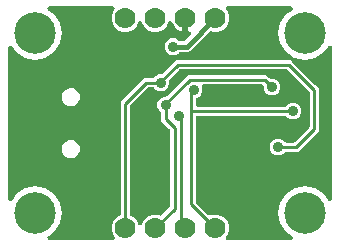
<source format=gbr>
G04 EAGLE Gerber RS-274X export*
G75*
%MOMM*%
%FSLAX34Y34*%
%LPD*%
%INBottom Copper*%
%IPPOS*%
%AMOC8*
5,1,8,0,0,1.08239X$1,22.5*%
G01*
%ADD10C,3.516000*%
%ADD11C,1.778000*%
%ADD12C,0.906400*%
%ADD13C,0.254000*%
%ADD14C,0.800100*%
%ADD15C,0.406400*%

G36*
X33549Y-11428D02*
X33549Y-11428D01*
X33558Y-11429D01*
X33748Y-11409D01*
X33941Y-11389D01*
X33949Y-11387D01*
X33958Y-11386D01*
X34141Y-11328D01*
X34325Y-11271D01*
X34333Y-11267D01*
X34342Y-11264D01*
X34510Y-11171D01*
X34679Y-11079D01*
X34686Y-11074D01*
X34694Y-11069D01*
X34842Y-10944D01*
X34989Y-10822D01*
X34994Y-10815D01*
X35001Y-10809D01*
X35121Y-10658D01*
X35241Y-10508D01*
X35245Y-10500D01*
X35251Y-10493D01*
X35338Y-10320D01*
X35427Y-10151D01*
X35429Y-10142D01*
X35433Y-10134D01*
X35485Y-9948D01*
X35538Y-9764D01*
X35539Y-9755D01*
X35541Y-9746D01*
X35555Y-9554D01*
X35571Y-9362D01*
X35570Y-9354D01*
X35570Y-9345D01*
X35546Y-9153D01*
X35524Y-8963D01*
X35521Y-8954D01*
X35520Y-8945D01*
X35459Y-8763D01*
X35399Y-8580D01*
X35395Y-8572D01*
X35392Y-8564D01*
X35296Y-8396D01*
X35201Y-8229D01*
X35195Y-8222D01*
X35191Y-8215D01*
X34976Y-7962D01*
X34759Y-7745D01*
X33019Y-3544D01*
X33019Y1004D01*
X34759Y5205D01*
X37975Y8421D01*
X39385Y9005D01*
X39405Y9015D01*
X39426Y9022D01*
X39582Y9110D01*
X39740Y9195D01*
X39757Y9209D01*
X39777Y9220D01*
X39912Y9337D01*
X40051Y9451D01*
X40065Y9469D01*
X40082Y9483D01*
X40191Y9625D01*
X40304Y9764D01*
X40315Y9784D01*
X40328Y9801D01*
X40408Y9962D01*
X40491Y10120D01*
X40498Y10142D01*
X40508Y10162D01*
X40554Y10335D01*
X40604Y10507D01*
X40606Y10529D01*
X40612Y10551D01*
X40639Y10881D01*
X40639Y105718D01*
X60652Y125731D01*
X67897Y125731D01*
X67924Y125733D01*
X67950Y125731D01*
X68124Y125753D01*
X68298Y125771D01*
X68323Y125778D01*
X68350Y125782D01*
X68515Y125837D01*
X68683Y125889D01*
X68706Y125902D01*
X68731Y125910D01*
X68883Y125997D01*
X69037Y126081D01*
X69057Y126098D01*
X69080Y126111D01*
X69333Y126326D01*
X70924Y127916D01*
X73523Y128993D01*
X74502Y128993D01*
X74529Y128995D01*
X74555Y128993D01*
X74729Y129015D01*
X74903Y129033D01*
X74928Y129040D01*
X74955Y129044D01*
X75121Y129099D01*
X75288Y129151D01*
X75311Y129164D01*
X75337Y129172D01*
X75488Y129259D01*
X75642Y129343D01*
X75662Y129360D01*
X75685Y129373D01*
X75938Y129588D01*
X87322Y140971D01*
X184360Y140971D01*
X184367Y140971D01*
X184374Y140971D01*
X184570Y140992D01*
X184761Y141011D01*
X184767Y141013D01*
X184774Y141013D01*
X184960Y141072D01*
X185146Y141129D01*
X185152Y141132D01*
X185158Y141134D01*
X185167Y141139D01*
X185161Y141061D01*
X185161Y141059D01*
X185161Y141057D01*
X185187Y140850D01*
X185210Y140662D01*
X185211Y140660D01*
X185211Y140657D01*
X185277Y140462D01*
X185338Y140280D01*
X185339Y140278D01*
X185340Y140276D01*
X185442Y140098D01*
X185538Y139931D01*
X185539Y139929D01*
X185541Y139927D01*
X185755Y139674D01*
X205454Y119976D01*
X208281Y117148D01*
X208281Y80972D01*
X190808Y63499D01*
X181023Y63499D01*
X180996Y63497D01*
X180970Y63499D01*
X180796Y63477D01*
X180622Y63459D01*
X180597Y63452D01*
X180570Y63448D01*
X180405Y63393D01*
X180237Y63341D01*
X180214Y63328D01*
X180189Y63320D01*
X180037Y63233D01*
X179883Y63149D01*
X179863Y63132D01*
X179840Y63119D01*
X179587Y62904D01*
X177996Y61314D01*
X175397Y60237D01*
X172583Y60237D01*
X169984Y61314D01*
X167994Y63304D01*
X166917Y65903D01*
X166917Y68717D01*
X167994Y71316D01*
X169984Y73306D01*
X172583Y74383D01*
X175397Y74383D01*
X177996Y73306D01*
X179587Y71716D01*
X179607Y71699D01*
X179625Y71678D01*
X179763Y71571D01*
X179898Y71461D01*
X179922Y71448D01*
X179943Y71432D01*
X180100Y71354D01*
X180254Y71272D01*
X180279Y71264D01*
X180303Y71252D01*
X180473Y71207D01*
X180640Y71157D01*
X180666Y71155D01*
X180692Y71148D01*
X181023Y71121D01*
X186810Y71121D01*
X186837Y71123D01*
X186863Y71121D01*
X187037Y71143D01*
X187211Y71161D01*
X187236Y71168D01*
X187263Y71172D01*
X187429Y71227D01*
X187596Y71279D01*
X187619Y71292D01*
X187645Y71300D01*
X187796Y71387D01*
X187950Y71471D01*
X187970Y71488D01*
X187993Y71501D01*
X188246Y71716D01*
X200064Y83534D01*
X200081Y83554D01*
X200102Y83572D01*
X200209Y83710D01*
X200319Y83845D01*
X200332Y83869D01*
X200348Y83890D01*
X200426Y84047D01*
X200508Y84201D01*
X200516Y84226D01*
X200528Y84250D01*
X200573Y84420D01*
X200623Y84587D01*
X200625Y84613D01*
X200632Y84639D01*
X200659Y84970D01*
X200659Y113150D01*
X200657Y113177D01*
X200659Y113203D01*
X200637Y113377D01*
X200619Y113551D01*
X200612Y113576D01*
X200608Y113603D01*
X200553Y113769D01*
X200501Y113936D01*
X200488Y113959D01*
X200480Y113985D01*
X200393Y114136D01*
X200309Y114290D01*
X200292Y114310D01*
X200279Y114333D01*
X200064Y114586D01*
X181896Y132754D01*
X181876Y132771D01*
X181858Y132792D01*
X181720Y132899D01*
X181585Y133009D01*
X181561Y133022D01*
X181540Y133038D01*
X181383Y133116D01*
X181229Y133198D01*
X181204Y133206D01*
X181180Y133218D01*
X181010Y133263D01*
X180843Y133313D01*
X180817Y133315D01*
X180791Y133322D01*
X180460Y133349D01*
X91320Y133349D01*
X91293Y133347D01*
X91267Y133349D01*
X91093Y133327D01*
X90919Y133309D01*
X90894Y133302D01*
X90867Y133298D01*
X90702Y133243D01*
X90534Y133191D01*
X90511Y133178D01*
X90485Y133170D01*
X90334Y133083D01*
X90180Y132999D01*
X90160Y132982D01*
X90137Y132969D01*
X89884Y132754D01*
X82509Y125380D01*
X82495Y125363D01*
X82478Y125348D01*
X82368Y125207D01*
X82254Y125069D01*
X82244Y125049D01*
X82230Y125031D01*
X82150Y124871D01*
X82066Y124713D01*
X82059Y124692D01*
X82049Y124672D01*
X82002Y124499D01*
X81951Y124327D01*
X81949Y124305D01*
X81943Y124283D01*
X81931Y124105D01*
X81915Y123926D01*
X81917Y123904D01*
X81915Y123882D01*
X81939Y123705D01*
X81958Y123526D01*
X81965Y123505D01*
X81968Y123482D01*
X82003Y123373D01*
X82003Y120513D01*
X80926Y117914D01*
X78936Y115924D01*
X76337Y114847D01*
X73523Y114847D01*
X70924Y115924D01*
X69333Y117514D01*
X69313Y117531D01*
X69295Y117552D01*
X69157Y117659D01*
X69022Y117769D01*
X68998Y117782D01*
X68977Y117798D01*
X68820Y117876D01*
X68666Y117958D01*
X68641Y117966D01*
X68617Y117978D01*
X68447Y118023D01*
X68280Y118073D01*
X68254Y118075D01*
X68228Y118082D01*
X67897Y118109D01*
X64650Y118109D01*
X64623Y118107D01*
X64597Y118109D01*
X64423Y118087D01*
X64249Y118069D01*
X64224Y118062D01*
X64197Y118058D01*
X64031Y118003D01*
X63864Y117951D01*
X63841Y117938D01*
X63815Y117930D01*
X63664Y117843D01*
X63510Y117759D01*
X63490Y117742D01*
X63467Y117729D01*
X63214Y117514D01*
X48856Y103156D01*
X48839Y103136D01*
X48818Y103118D01*
X48711Y102980D01*
X48601Y102845D01*
X48588Y102821D01*
X48572Y102800D01*
X48494Y102643D01*
X48412Y102489D01*
X48404Y102464D01*
X48392Y102440D01*
X48347Y102270D01*
X48297Y102103D01*
X48295Y102077D01*
X48288Y102051D01*
X48261Y101720D01*
X48261Y10881D01*
X48263Y10859D01*
X48261Y10837D01*
X48283Y10659D01*
X48301Y10481D01*
X48307Y10459D01*
X48310Y10437D01*
X48366Y10267D01*
X48419Y10096D01*
X48429Y10076D01*
X48436Y10055D01*
X48525Y9899D01*
X48611Y9742D01*
X48625Y9725D01*
X48636Y9705D01*
X48754Y9570D01*
X48868Y9432D01*
X48886Y9419D01*
X48900Y9402D01*
X49043Y9292D01*
X49182Y9180D01*
X49202Y9170D01*
X49220Y9156D01*
X49515Y9005D01*
X50925Y8421D01*
X54141Y5205D01*
X55273Y2470D01*
X55278Y2462D01*
X55280Y2454D01*
X55374Y2283D01*
X55464Y2115D01*
X55469Y2108D01*
X55474Y2100D01*
X55598Y1952D01*
X55720Y1805D01*
X55727Y1799D01*
X55733Y1792D01*
X55883Y1672D01*
X56033Y1551D01*
X56041Y1547D01*
X56048Y1541D01*
X56220Y1453D01*
X56389Y1364D01*
X56398Y1361D01*
X56406Y1357D01*
X56592Y1305D01*
X56776Y1251D01*
X56785Y1250D01*
X56793Y1248D01*
X56984Y1233D01*
X57177Y1216D01*
X57186Y1217D01*
X57194Y1217D01*
X57386Y1240D01*
X57577Y1261D01*
X57585Y1264D01*
X57594Y1265D01*
X57777Y1326D01*
X57960Y1385D01*
X57968Y1389D01*
X57976Y1392D01*
X58143Y1487D01*
X58312Y1581D01*
X58318Y1587D01*
X58326Y1591D01*
X58471Y1718D01*
X58617Y1843D01*
X58623Y1850D01*
X58630Y1856D01*
X58747Y2009D01*
X58866Y2160D01*
X58870Y2168D01*
X58875Y2175D01*
X59027Y2470D01*
X60159Y5205D01*
X63375Y8421D01*
X67576Y10161D01*
X72124Y10161D01*
X73534Y9577D01*
X73555Y9570D01*
X73575Y9560D01*
X73748Y9512D01*
X73919Y9460D01*
X73942Y9458D01*
X73963Y9452D01*
X74142Y9439D01*
X74320Y9422D01*
X74342Y9424D01*
X74365Y9423D01*
X74543Y9445D01*
X74721Y9464D01*
X74742Y9470D01*
X74764Y9473D01*
X74934Y9530D01*
X75105Y9583D01*
X75125Y9594D01*
X75146Y9601D01*
X75301Y9691D01*
X75458Y9777D01*
X75475Y9791D01*
X75495Y9802D01*
X75748Y10017D01*
X81954Y16224D01*
X81971Y16244D01*
X81992Y16262D01*
X82099Y16400D01*
X82209Y16535D01*
X82222Y16559D01*
X82238Y16580D01*
X82316Y16737D01*
X82398Y16891D01*
X82406Y16916D01*
X82418Y16940D01*
X82463Y17110D01*
X82513Y17277D01*
X82515Y17303D01*
X82522Y17329D01*
X82549Y17660D01*
X82549Y81400D01*
X82547Y81427D01*
X82549Y81453D01*
X82527Y81627D01*
X82509Y81801D01*
X82502Y81826D01*
X82498Y81853D01*
X82443Y82019D01*
X82391Y82186D01*
X82378Y82209D01*
X82370Y82235D01*
X82283Y82386D01*
X82199Y82540D01*
X82182Y82560D01*
X82169Y82583D01*
X81954Y82836D01*
X74929Y89862D01*
X74929Y95837D01*
X74927Y95864D01*
X74929Y95890D01*
X74907Y96064D01*
X74889Y96238D01*
X74882Y96263D01*
X74878Y96290D01*
X74823Y96455D01*
X74771Y96623D01*
X74758Y96646D01*
X74750Y96671D01*
X74663Y96823D01*
X74579Y96977D01*
X74562Y96997D01*
X74549Y97020D01*
X74334Y97273D01*
X72744Y98864D01*
X71667Y101463D01*
X71667Y104277D01*
X72744Y106876D01*
X74734Y108866D01*
X77333Y109943D01*
X78312Y109943D01*
X78339Y109945D01*
X78365Y109943D01*
X78539Y109965D01*
X78713Y109983D01*
X78738Y109990D01*
X78765Y109994D01*
X78931Y110049D01*
X79098Y110101D01*
X79121Y110114D01*
X79147Y110122D01*
X79298Y110209D01*
X79452Y110293D01*
X79472Y110310D01*
X79495Y110323D01*
X79748Y110538D01*
X97482Y128271D01*
X164138Y128271D01*
X166632Y125778D01*
X166652Y125761D01*
X166670Y125740D01*
X166808Y125633D01*
X166943Y125523D01*
X166967Y125510D01*
X166988Y125494D01*
X167145Y125416D01*
X167299Y125334D01*
X167324Y125326D01*
X167348Y125314D01*
X167518Y125269D01*
X167685Y125219D01*
X167711Y125217D01*
X167737Y125210D01*
X168068Y125183D01*
X170317Y125183D01*
X172916Y124106D01*
X174906Y122116D01*
X175983Y119517D01*
X175983Y116703D01*
X174906Y114104D01*
X172916Y112114D01*
X170317Y111037D01*
X167503Y111037D01*
X164904Y112114D01*
X162914Y114104D01*
X161837Y116703D01*
X161837Y118618D01*
X161835Y118636D01*
X161837Y118654D01*
X161816Y118836D01*
X161797Y119019D01*
X161792Y119036D01*
X161790Y119053D01*
X161733Y119228D01*
X161679Y119404D01*
X161671Y119419D01*
X161665Y119436D01*
X161575Y119596D01*
X161487Y119758D01*
X161476Y119771D01*
X161467Y119787D01*
X161347Y119926D01*
X161230Y120067D01*
X161216Y120078D01*
X161204Y120092D01*
X161059Y120204D01*
X160916Y120319D01*
X160900Y120327D01*
X160886Y120338D01*
X160721Y120420D01*
X160559Y120505D01*
X160542Y120510D01*
X160526Y120518D01*
X160347Y120565D01*
X160172Y120616D01*
X160154Y120618D01*
X160137Y120622D01*
X159806Y120649D01*
X111462Y120649D01*
X111448Y120648D01*
X111435Y120649D01*
X111249Y120628D01*
X111061Y120609D01*
X111048Y120605D01*
X111035Y120604D01*
X110857Y120547D01*
X110676Y120491D01*
X110664Y120485D01*
X110651Y120481D01*
X110487Y120389D01*
X110322Y120299D01*
X110312Y120291D01*
X110300Y120284D01*
X110156Y120161D01*
X110013Y120042D01*
X110004Y120031D01*
X109994Y120023D01*
X109878Y119874D01*
X109760Y119728D01*
X109754Y119716D01*
X109746Y119706D01*
X109661Y119536D01*
X109575Y119371D01*
X109571Y119358D01*
X109565Y119346D01*
X109515Y119164D01*
X109463Y118984D01*
X109462Y118970D01*
X109459Y118957D01*
X109446Y118771D01*
X109431Y118582D01*
X109432Y118569D01*
X109431Y118556D01*
X109456Y118369D01*
X109478Y118183D01*
X109482Y118170D01*
X109483Y118157D01*
X109585Y117841D01*
X109943Y116977D01*
X109943Y114163D01*
X108866Y111564D01*
X106876Y109574D01*
X105395Y108960D01*
X105375Y108950D01*
X105354Y108943D01*
X105197Y108855D01*
X105040Y108770D01*
X105023Y108756D01*
X105003Y108745D01*
X104867Y108628D01*
X104729Y108514D01*
X104715Y108496D01*
X104698Y108482D01*
X104589Y108340D01*
X104476Y108201D01*
X104465Y108181D01*
X104452Y108164D01*
X104372Y108003D01*
X104289Y107845D01*
X104282Y107823D01*
X104272Y107803D01*
X104226Y107630D01*
X104176Y107458D01*
X104174Y107436D01*
X104168Y107414D01*
X104141Y107084D01*
X104141Y103632D01*
X104143Y103614D01*
X104141Y103596D01*
X104162Y103414D01*
X104181Y103231D01*
X104186Y103214D01*
X104188Y103197D01*
X104245Y103022D01*
X104299Y102846D01*
X104307Y102831D01*
X104313Y102814D01*
X104403Y102654D01*
X104491Y102492D01*
X104502Y102479D01*
X104511Y102463D01*
X104631Y102324D01*
X104748Y102183D01*
X104762Y102172D01*
X104774Y102158D01*
X104919Y102046D01*
X105062Y101931D01*
X105078Y101923D01*
X105092Y101912D01*
X105257Y101830D01*
X105419Y101745D01*
X105436Y101740D01*
X105452Y101732D01*
X105631Y101685D01*
X105806Y101634D01*
X105824Y101632D01*
X105841Y101628D01*
X106172Y101601D01*
X179657Y101601D01*
X179684Y101603D01*
X179710Y101601D01*
X179884Y101623D01*
X180058Y101641D01*
X180083Y101648D01*
X180110Y101652D01*
X180275Y101707D01*
X180443Y101759D01*
X180466Y101772D01*
X180491Y101780D01*
X180643Y101867D01*
X180797Y101951D01*
X180817Y101968D01*
X180840Y101981D01*
X181093Y102196D01*
X182684Y103786D01*
X185283Y104863D01*
X188097Y104863D01*
X190696Y103786D01*
X192686Y101796D01*
X193763Y99197D01*
X193763Y96383D01*
X192686Y93784D01*
X190696Y91794D01*
X188097Y90717D01*
X185283Y90717D01*
X182684Y91794D01*
X181093Y93384D01*
X181073Y93401D01*
X181055Y93422D01*
X180917Y93529D01*
X180782Y93639D01*
X180758Y93652D01*
X180737Y93668D01*
X180580Y93746D01*
X180426Y93828D01*
X180401Y93836D01*
X180377Y93848D01*
X180207Y93893D01*
X180040Y93943D01*
X180014Y93945D01*
X179988Y93952D01*
X179657Y93979D01*
X106172Y93979D01*
X106154Y93977D01*
X106136Y93979D01*
X105954Y93958D01*
X105771Y93939D01*
X105754Y93934D01*
X105737Y93932D01*
X105562Y93875D01*
X105386Y93821D01*
X105371Y93813D01*
X105354Y93807D01*
X105194Y93717D01*
X105032Y93629D01*
X105019Y93618D01*
X105003Y93609D01*
X104864Y93489D01*
X104723Y93372D01*
X104712Y93358D01*
X104698Y93346D01*
X104586Y93201D01*
X104471Y93058D01*
X104463Y93042D01*
X104452Y93028D01*
X104370Y92863D01*
X104285Y92701D01*
X104280Y92684D01*
X104272Y92668D01*
X104225Y92489D01*
X104174Y92314D01*
X104172Y92296D01*
X104168Y92279D01*
X104141Y91948D01*
X104141Y21470D01*
X104143Y21443D01*
X104141Y21416D01*
X104163Y21243D01*
X104181Y21069D01*
X104188Y21044D01*
X104192Y21017D01*
X104247Y20851D01*
X104299Y20684D01*
X104312Y20661D01*
X104320Y20635D01*
X104407Y20484D01*
X104491Y20330D01*
X104508Y20310D01*
X104521Y20286D01*
X104736Y20033D01*
X114752Y10017D01*
X114770Y10003D01*
X114784Y9986D01*
X114925Y9875D01*
X115064Y9762D01*
X115083Y9751D01*
X115101Y9738D01*
X115261Y9657D01*
X115420Y9573D01*
X115441Y9567D01*
X115461Y9557D01*
X115634Y9509D01*
X115805Y9458D01*
X115828Y9456D01*
X115849Y9450D01*
X116028Y9438D01*
X116206Y9422D01*
X116229Y9424D01*
X116251Y9423D01*
X116429Y9446D01*
X116607Y9465D01*
X116628Y9472D01*
X116650Y9475D01*
X116966Y9577D01*
X118376Y10161D01*
X122924Y10161D01*
X127125Y8421D01*
X130341Y5205D01*
X132081Y1004D01*
X132081Y-3544D01*
X130341Y-7745D01*
X130124Y-7962D01*
X130118Y-7969D01*
X130111Y-7974D01*
X129991Y-8124D01*
X129869Y-8273D01*
X129865Y-8281D01*
X129859Y-8288D01*
X129771Y-8458D01*
X129680Y-8629D01*
X129677Y-8638D01*
X129673Y-8645D01*
X129621Y-8829D01*
X129565Y-9015D01*
X129564Y-9024D01*
X129562Y-9032D01*
X129546Y-9223D01*
X129529Y-9416D01*
X129530Y-9425D01*
X129529Y-9434D01*
X129551Y-9623D01*
X129572Y-9816D01*
X129575Y-9825D01*
X129576Y-9833D01*
X129636Y-10017D01*
X129694Y-10200D01*
X129698Y-10208D01*
X129701Y-10216D01*
X129796Y-10385D01*
X129889Y-10552D01*
X129894Y-10559D01*
X129899Y-10567D01*
X130024Y-10712D01*
X130149Y-10859D01*
X130156Y-10865D01*
X130162Y-10872D01*
X130313Y-10989D01*
X130465Y-11109D01*
X130473Y-11113D01*
X130480Y-11118D01*
X130652Y-11204D01*
X130824Y-11291D01*
X130832Y-11294D01*
X130841Y-11298D01*
X131029Y-11348D01*
X131212Y-11399D01*
X131221Y-11400D01*
X131229Y-11402D01*
X131560Y-11429D01*
X184360Y-11429D01*
X184367Y-11429D01*
X184374Y-11429D01*
X184570Y-11408D01*
X184761Y-11389D01*
X184767Y-11387D01*
X184774Y-11387D01*
X184960Y-11328D01*
X185146Y-11271D01*
X185152Y-11268D01*
X185158Y-11266D01*
X185329Y-11172D01*
X185500Y-11079D01*
X185505Y-11075D01*
X185511Y-11072D01*
X185661Y-10945D01*
X185809Y-10822D01*
X185813Y-10816D01*
X185818Y-10812D01*
X185939Y-10660D01*
X186061Y-10508D01*
X186065Y-10502D01*
X186069Y-10497D01*
X186157Y-10324D01*
X186247Y-10151D01*
X186249Y-10144D01*
X186252Y-10138D01*
X186304Y-9952D01*
X186358Y-9764D01*
X186359Y-9757D01*
X186361Y-9751D01*
X186375Y-9558D01*
X186391Y-9362D01*
X186390Y-9356D01*
X186391Y-9349D01*
X186367Y-9156D01*
X186344Y-8963D01*
X186342Y-8956D01*
X186341Y-8950D01*
X186280Y-8767D01*
X186220Y-8580D01*
X186216Y-8574D01*
X186214Y-8568D01*
X186119Y-8401D01*
X186022Y-8229D01*
X186017Y-8224D01*
X186014Y-8218D01*
X185887Y-8073D01*
X185758Y-7925D01*
X185753Y-7920D01*
X185749Y-7915D01*
X185489Y-7709D01*
X180826Y-4594D01*
X175914Y2758D01*
X174189Y11430D01*
X175914Y20102D01*
X180826Y27454D01*
X188178Y32366D01*
X196850Y34091D01*
X205522Y32366D01*
X212874Y27454D01*
X215989Y22791D01*
X215993Y22786D01*
X215997Y22780D01*
X216119Y22633D01*
X216245Y22480D01*
X216250Y22476D01*
X216254Y22471D01*
X216405Y22349D01*
X216557Y22226D01*
X216563Y22223D01*
X216568Y22219D01*
X216739Y22130D01*
X216913Y22038D01*
X216920Y22036D01*
X216925Y22033D01*
X217113Y21979D01*
X217299Y21924D01*
X217306Y21923D01*
X217312Y21922D01*
X217508Y21906D01*
X217700Y21889D01*
X217707Y21889D01*
X217714Y21889D01*
X217907Y21911D01*
X218100Y21933D01*
X218107Y21935D01*
X218113Y21936D01*
X218300Y21996D01*
X218484Y22055D01*
X218490Y22058D01*
X218496Y22060D01*
X218666Y22156D01*
X218836Y22251D01*
X218841Y22255D01*
X218847Y22258D01*
X218992Y22384D01*
X219142Y22512D01*
X219147Y22517D01*
X219152Y22522D01*
X219269Y22673D01*
X219391Y22828D01*
X219394Y22834D01*
X219398Y22840D01*
X219485Y23014D01*
X219573Y23188D01*
X219575Y23194D01*
X219578Y23200D01*
X219628Y23389D01*
X219680Y23576D01*
X219680Y23582D01*
X219682Y23589D01*
X219709Y23920D01*
X219709Y151340D01*
X219709Y151347D01*
X219709Y151354D01*
X219688Y151550D01*
X219669Y151741D01*
X219667Y151747D01*
X219667Y151754D01*
X219608Y151940D01*
X219551Y152126D01*
X219548Y152132D01*
X219546Y152138D01*
X219452Y152309D01*
X219359Y152480D01*
X219355Y152485D01*
X219352Y152491D01*
X219225Y152641D01*
X219102Y152789D01*
X219096Y152793D01*
X219092Y152798D01*
X218940Y152919D01*
X218788Y153041D01*
X218782Y153045D01*
X218777Y153049D01*
X218604Y153137D01*
X218431Y153227D01*
X218424Y153229D01*
X218418Y153232D01*
X218232Y153284D01*
X218044Y153338D01*
X218037Y153339D01*
X218031Y153341D01*
X217838Y153355D01*
X217642Y153371D01*
X217636Y153370D01*
X217629Y153371D01*
X217436Y153347D01*
X217243Y153324D01*
X217236Y153322D01*
X217230Y153321D01*
X217047Y153260D01*
X216860Y153200D01*
X216854Y153196D01*
X216848Y153194D01*
X216681Y153099D01*
X216509Y153002D01*
X216504Y152997D01*
X216498Y152994D01*
X216353Y152867D01*
X216205Y152738D01*
X216200Y152733D01*
X216195Y152729D01*
X215989Y152469D01*
X212874Y147806D01*
X205522Y142894D01*
X196850Y141169D01*
X188121Y142905D01*
X187965Y142988D01*
X187963Y142989D01*
X187961Y142990D01*
X187774Y143046D01*
X187579Y143104D01*
X187577Y143104D01*
X187575Y143105D01*
X187375Y143123D01*
X187178Y143141D01*
X187176Y143141D01*
X187174Y143141D01*
X186975Y143120D01*
X186778Y143099D01*
X186776Y143098D01*
X186774Y143098D01*
X186580Y143037D01*
X186394Y142978D01*
X186392Y142977D01*
X186390Y142976D01*
X186386Y142974D01*
X186391Y143038D01*
X186390Y143044D01*
X186391Y143051D01*
X186367Y143244D01*
X186344Y143437D01*
X186342Y143444D01*
X186341Y143450D01*
X186280Y143633D01*
X186220Y143820D01*
X186216Y143826D01*
X186214Y143832D01*
X186119Y143999D01*
X186022Y144171D01*
X186017Y144176D01*
X186014Y144182D01*
X185887Y144327D01*
X185758Y144475D01*
X185753Y144480D01*
X185749Y144485D01*
X185489Y144691D01*
X180826Y147806D01*
X175914Y155158D01*
X174189Y163830D01*
X175914Y172502D01*
X180826Y179854D01*
X185489Y182969D01*
X185494Y182973D01*
X185500Y182977D01*
X185647Y183099D01*
X185800Y183225D01*
X185804Y183230D01*
X185809Y183234D01*
X185930Y183384D01*
X186054Y183537D01*
X186057Y183543D01*
X186061Y183548D01*
X186150Y183719D01*
X186242Y183893D01*
X186244Y183900D01*
X186247Y183905D01*
X186301Y184093D01*
X186356Y184279D01*
X186357Y184286D01*
X186358Y184292D01*
X186374Y184488D01*
X186391Y184680D01*
X186391Y184687D01*
X186391Y184694D01*
X186369Y184887D01*
X186347Y185080D01*
X186345Y185087D01*
X186344Y185093D01*
X186284Y185280D01*
X186225Y185464D01*
X186222Y185470D01*
X186220Y185476D01*
X186124Y185646D01*
X186029Y185816D01*
X186025Y185821D01*
X186022Y185827D01*
X185896Y185972D01*
X185768Y186122D01*
X185763Y186127D01*
X185758Y186132D01*
X185607Y186249D01*
X185452Y186371D01*
X185446Y186374D01*
X185440Y186378D01*
X185266Y186465D01*
X185092Y186553D01*
X185086Y186555D01*
X185080Y186558D01*
X184891Y186608D01*
X184704Y186660D01*
X184698Y186660D01*
X184691Y186662D01*
X184360Y186689D01*
X131560Y186689D01*
X131551Y186688D01*
X131542Y186689D01*
X131352Y186669D01*
X131159Y186649D01*
X131151Y186647D01*
X131142Y186646D01*
X130959Y186588D01*
X130775Y186531D01*
X130767Y186527D01*
X130758Y186524D01*
X130590Y186431D01*
X130421Y186339D01*
X130414Y186334D01*
X130406Y186329D01*
X130258Y186204D01*
X130111Y186082D01*
X130106Y186075D01*
X130099Y186069D01*
X129979Y185918D01*
X129859Y185768D01*
X129855Y185760D01*
X129849Y185753D01*
X129762Y185580D01*
X129673Y185411D01*
X129671Y185402D01*
X129667Y185394D01*
X129615Y185208D01*
X129562Y185024D01*
X129561Y185015D01*
X129559Y185006D01*
X129545Y184814D01*
X129529Y184622D01*
X129530Y184614D01*
X129530Y184605D01*
X129554Y184413D01*
X129576Y184223D01*
X129579Y184214D01*
X129580Y184205D01*
X129641Y184023D01*
X129701Y183840D01*
X129705Y183832D01*
X129708Y183824D01*
X129804Y183656D01*
X129899Y183489D01*
X129905Y183482D01*
X129909Y183475D01*
X130124Y183222D01*
X130341Y183005D01*
X132081Y178804D01*
X132081Y174256D01*
X130341Y170055D01*
X127125Y166839D01*
X123002Y165132D01*
X123001Y165131D01*
X122924Y165099D01*
X118376Y165099D01*
X117728Y165368D01*
X117707Y165374D01*
X117687Y165384D01*
X117514Y165433D01*
X117343Y165484D01*
X117320Y165486D01*
X117299Y165492D01*
X117119Y165506D01*
X116942Y165522D01*
X116920Y165520D01*
X116897Y165522D01*
X116719Y165499D01*
X116541Y165481D01*
X116520Y165474D01*
X116498Y165471D01*
X116328Y165414D01*
X116157Y165361D01*
X116137Y165350D01*
X116116Y165343D01*
X115961Y165254D01*
X115804Y165168D01*
X115787Y165153D01*
X115767Y165142D01*
X115514Y164928D01*
X99110Y148523D01*
X97430Y147827D01*
X91361Y147827D01*
X91334Y147825D01*
X91308Y147827D01*
X91134Y147805D01*
X90960Y147787D01*
X90935Y147780D01*
X90908Y147776D01*
X90743Y147721D01*
X90575Y147669D01*
X90552Y147656D01*
X90527Y147648D01*
X90375Y147561D01*
X90221Y147477D01*
X90201Y147460D01*
X90178Y147447D01*
X89925Y147232D01*
X89096Y146404D01*
X86497Y145327D01*
X83683Y145327D01*
X81084Y146404D01*
X79094Y148394D01*
X78017Y150993D01*
X78017Y153807D01*
X79094Y156406D01*
X81084Y158396D01*
X83683Y159473D01*
X86497Y159473D01*
X89096Y158396D01*
X89925Y157568D01*
X89945Y157551D01*
X89963Y157530D01*
X90101Y157423D01*
X90236Y157313D01*
X90260Y157300D01*
X90281Y157284D01*
X90438Y157206D01*
X90592Y157124D01*
X90617Y157116D01*
X90641Y157104D01*
X90811Y157059D01*
X90978Y157009D01*
X91004Y157007D01*
X91030Y157000D01*
X91361Y156973D01*
X93785Y156973D01*
X93811Y156975D01*
X93838Y156973D01*
X94012Y156995D01*
X94185Y157013D01*
X94211Y157020D01*
X94237Y157024D01*
X94403Y157079D01*
X94570Y157131D01*
X94594Y157144D01*
X94619Y157152D01*
X94770Y157239D01*
X94924Y157323D01*
X94945Y157340D01*
X94968Y157353D01*
X95221Y157568D01*
X99575Y161921D01*
X99681Y162052D01*
X99792Y162178D01*
X99809Y162207D01*
X99830Y162233D01*
X99909Y162382D01*
X99992Y162528D01*
X100003Y162559D01*
X100018Y162589D01*
X100066Y162750D01*
X100119Y162909D01*
X100124Y162943D01*
X100133Y162974D01*
X100148Y163142D01*
X100169Y163309D01*
X100166Y163342D01*
X100169Y163375D01*
X100151Y163543D01*
X100139Y163710D01*
X100130Y163743D01*
X100126Y163776D01*
X100075Y163936D01*
X100030Y164098D01*
X100015Y164128D01*
X100005Y164160D01*
X99923Y164307D01*
X99847Y164457D01*
X99826Y164483D01*
X99810Y164512D01*
X99701Y164640D01*
X99596Y164772D01*
X99571Y164793D01*
X99549Y164819D01*
X99417Y164923D01*
X99289Y165032D01*
X99259Y165048D01*
X99233Y165068D01*
X99083Y165145D01*
X98936Y165226D01*
X98904Y165236D01*
X98874Y165251D01*
X98712Y165296D01*
X98552Y165346D01*
X98519Y165350D01*
X98487Y165359D01*
X98318Y165371D01*
X98151Y165389D01*
X98114Y165386D01*
X98085Y165388D01*
X97999Y165377D01*
X97821Y165364D01*
X97789Y165359D01*
X97789Y176022D01*
X97787Y176040D01*
X97789Y176057D01*
X97768Y176240D01*
X97749Y176422D01*
X97744Y176439D01*
X97742Y176457D01*
X97685Y176632D01*
X97631Y176807D01*
X97623Y176823D01*
X97617Y176840D01*
X97527Y177000D01*
X97439Y177161D01*
X97428Y177175D01*
X97419Y177191D01*
X97299Y177330D01*
X97182Y177471D01*
X97168Y177482D01*
X97156Y177495D01*
X97011Y177608D01*
X96868Y177723D01*
X96852Y177731D01*
X96838Y177742D01*
X96673Y177824D01*
X96511Y177908D01*
X96494Y177913D01*
X96478Y177921D01*
X96299Y177969D01*
X96124Y178020D01*
X96106Y178021D01*
X96089Y178026D01*
X95758Y178053D01*
X94742Y178053D01*
X94724Y178051D01*
X94706Y178053D01*
X94524Y178031D01*
X94341Y178013D01*
X94324Y178008D01*
X94307Y178006D01*
X94132Y177949D01*
X93956Y177895D01*
X93941Y177887D01*
X93924Y177881D01*
X93764Y177791D01*
X93602Y177703D01*
X93589Y177692D01*
X93573Y177683D01*
X93434Y177563D01*
X93293Y177445D01*
X93282Y177432D01*
X93268Y177420D01*
X93156Y177275D01*
X93041Y177132D01*
X93033Y177116D01*
X93022Y177102D01*
X92940Y176937D01*
X92855Y176774D01*
X92850Y176757D01*
X92842Y176741D01*
X92794Y176563D01*
X92744Y176388D01*
X92742Y176370D01*
X92738Y176353D01*
X92711Y176022D01*
X92711Y165359D01*
X92573Y165381D01*
X90862Y165937D01*
X89259Y166754D01*
X87803Y167811D01*
X86531Y169083D01*
X85474Y170539D01*
X84657Y172142D01*
X84489Y172658D01*
X84453Y172739D01*
X84427Y172824D01*
X84373Y172923D01*
X84327Y173027D01*
X84276Y173099D01*
X84234Y173177D01*
X84161Y173264D01*
X84096Y173356D01*
X84032Y173417D01*
X83975Y173485D01*
X83886Y173556D01*
X83804Y173634D01*
X83729Y173681D01*
X83660Y173736D01*
X83559Y173788D01*
X83464Y173848D01*
X83381Y173880D01*
X83302Y173920D01*
X83193Y173951D01*
X83087Y173991D01*
X83000Y174006D01*
X82914Y174030D01*
X82802Y174039D01*
X82690Y174057D01*
X82601Y174054D01*
X82513Y174061D01*
X82401Y174047D01*
X82288Y174044D01*
X82201Y174023D01*
X82113Y174012D01*
X82006Y173977D01*
X81896Y173951D01*
X81815Y173914D01*
X81731Y173886D01*
X81633Y173830D01*
X81530Y173783D01*
X81458Y173730D01*
X81381Y173686D01*
X81296Y173612D01*
X81205Y173546D01*
X81145Y173480D01*
X81078Y173422D01*
X81009Y173332D01*
X80932Y173249D01*
X80886Y173173D01*
X80832Y173103D01*
X80768Y172977D01*
X80724Y172905D01*
X80708Y172861D01*
X80681Y172808D01*
X79541Y170055D01*
X76325Y166839D01*
X72202Y165132D01*
X72201Y165131D01*
X72124Y165099D01*
X67576Y165099D01*
X63375Y166839D01*
X60159Y170055D01*
X59027Y172790D01*
X59022Y172798D01*
X59020Y172806D01*
X58928Y172974D01*
X58836Y173145D01*
X58831Y173152D01*
X58826Y173160D01*
X58703Y173306D01*
X58580Y173455D01*
X58573Y173461D01*
X58567Y173468D01*
X58417Y173587D01*
X58267Y173709D01*
X58259Y173713D01*
X58253Y173719D01*
X58081Y173807D01*
X57911Y173896D01*
X57902Y173899D01*
X57894Y173903D01*
X57709Y173955D01*
X57524Y174009D01*
X57516Y174010D01*
X57507Y174012D01*
X57316Y174027D01*
X57123Y174044D01*
X57114Y174043D01*
X57106Y174043D01*
X56913Y174020D01*
X56723Y173999D01*
X56715Y173996D01*
X56706Y173995D01*
X56521Y173934D01*
X56340Y173875D01*
X56332Y173871D01*
X56324Y173868D01*
X56156Y173773D01*
X55988Y173679D01*
X55982Y173673D01*
X55974Y173669D01*
X55829Y173542D01*
X55683Y173417D01*
X55677Y173410D01*
X55670Y173404D01*
X55553Y173252D01*
X55434Y173100D01*
X55430Y173092D01*
X55425Y173085D01*
X55273Y172790D01*
X54141Y170055D01*
X50925Y166839D01*
X46802Y165132D01*
X46801Y165131D01*
X46724Y165099D01*
X42176Y165099D01*
X37975Y166839D01*
X34759Y170055D01*
X33019Y174256D01*
X33019Y178804D01*
X34759Y183005D01*
X34976Y183222D01*
X34982Y183229D01*
X34989Y183234D01*
X35109Y183384D01*
X35231Y183533D01*
X35235Y183541D01*
X35241Y183548D01*
X35329Y183718D01*
X35420Y183889D01*
X35423Y183898D01*
X35427Y183905D01*
X35479Y184089D01*
X35535Y184275D01*
X35536Y184284D01*
X35538Y184292D01*
X35554Y184483D01*
X35571Y184676D01*
X35570Y184685D01*
X35571Y184694D01*
X35549Y184883D01*
X35528Y185076D01*
X35525Y185085D01*
X35524Y185093D01*
X35464Y185277D01*
X35406Y185460D01*
X35402Y185468D01*
X35399Y185476D01*
X35304Y185645D01*
X35211Y185812D01*
X35206Y185819D01*
X35201Y185827D01*
X35076Y185972D01*
X34951Y186119D01*
X34944Y186125D01*
X34938Y186132D01*
X34787Y186249D01*
X34635Y186369D01*
X34627Y186373D01*
X34620Y186378D01*
X34448Y186464D01*
X34276Y186551D01*
X34268Y186554D01*
X34259Y186558D01*
X34071Y186608D01*
X33888Y186659D01*
X33879Y186660D01*
X33871Y186662D01*
X33540Y186689D01*
X-19260Y186689D01*
X-19267Y186689D01*
X-19274Y186689D01*
X-19470Y186668D01*
X-19661Y186649D01*
X-19667Y186647D01*
X-19674Y186647D01*
X-19860Y186588D01*
X-20046Y186531D01*
X-20052Y186528D01*
X-20058Y186526D01*
X-20229Y186432D01*
X-20400Y186339D01*
X-20405Y186335D01*
X-20411Y186332D01*
X-20561Y186205D01*
X-20709Y186082D01*
X-20713Y186076D01*
X-20718Y186072D01*
X-20839Y185920D01*
X-20961Y185768D01*
X-20965Y185762D01*
X-20969Y185757D01*
X-21057Y185584D01*
X-21147Y185411D01*
X-21149Y185404D01*
X-21152Y185398D01*
X-21204Y185212D01*
X-21258Y185024D01*
X-21259Y185017D01*
X-21261Y185011D01*
X-21275Y184818D01*
X-21291Y184622D01*
X-21290Y184616D01*
X-21291Y184609D01*
X-21267Y184416D01*
X-21244Y184223D01*
X-21242Y184216D01*
X-21241Y184210D01*
X-21180Y184027D01*
X-21120Y183840D01*
X-21116Y183834D01*
X-21114Y183828D01*
X-21019Y183661D01*
X-20922Y183489D01*
X-20917Y183484D01*
X-20914Y183478D01*
X-20787Y183333D01*
X-20658Y183185D01*
X-20653Y183180D01*
X-20649Y183175D01*
X-20389Y182969D01*
X-15726Y179854D01*
X-10814Y172502D01*
X-9089Y163830D01*
X-10814Y155158D01*
X-15726Y147806D01*
X-23078Y142894D01*
X-31750Y141169D01*
X-40422Y142894D01*
X-47774Y147806D01*
X-50889Y152469D01*
X-50893Y152474D01*
X-50897Y152480D01*
X-51021Y152629D01*
X-51145Y152780D01*
X-51150Y152784D01*
X-51154Y152789D01*
X-51307Y152912D01*
X-51457Y153034D01*
X-51463Y153037D01*
X-51468Y153041D01*
X-51640Y153131D01*
X-51813Y153222D01*
X-51820Y153224D01*
X-51825Y153227D01*
X-52011Y153280D01*
X-52199Y153336D01*
X-52206Y153337D01*
X-52212Y153338D01*
X-52406Y153354D01*
X-52600Y153371D01*
X-52607Y153371D01*
X-52614Y153371D01*
X-52807Y153349D01*
X-53000Y153327D01*
X-53007Y153325D01*
X-53013Y153324D01*
X-53200Y153264D01*
X-53384Y153205D01*
X-53390Y153202D01*
X-53396Y153199D01*
X-53569Y153102D01*
X-53736Y153009D01*
X-53741Y153005D01*
X-53747Y153002D01*
X-53895Y152874D01*
X-54042Y152748D01*
X-54046Y152743D01*
X-54052Y152738D01*
X-54171Y152584D01*
X-54291Y152432D01*
X-54294Y152426D01*
X-54298Y152420D01*
X-54385Y152245D01*
X-54473Y152072D01*
X-54475Y152066D01*
X-54478Y152060D01*
X-54529Y151870D01*
X-54580Y151684D01*
X-54580Y151678D01*
X-54582Y151671D01*
X-54609Y151340D01*
X-54609Y23920D01*
X-54609Y23913D01*
X-54609Y23906D01*
X-54588Y23710D01*
X-54569Y23519D01*
X-54567Y23513D01*
X-54567Y23506D01*
X-54508Y23320D01*
X-54451Y23134D01*
X-54448Y23128D01*
X-54446Y23122D01*
X-54352Y22951D01*
X-54259Y22780D01*
X-54255Y22775D01*
X-54252Y22769D01*
X-54125Y22619D01*
X-54002Y22471D01*
X-53996Y22467D01*
X-53992Y22462D01*
X-53839Y22340D01*
X-53688Y22219D01*
X-53682Y22215D01*
X-53677Y22211D01*
X-53504Y22123D01*
X-53331Y22033D01*
X-53324Y22031D01*
X-53318Y22028D01*
X-53132Y21976D01*
X-52944Y21922D01*
X-52937Y21921D01*
X-52931Y21919D01*
X-52738Y21905D01*
X-52542Y21889D01*
X-52536Y21890D01*
X-52529Y21889D01*
X-52336Y21913D01*
X-52143Y21936D01*
X-52136Y21938D01*
X-52130Y21939D01*
X-51947Y22000D01*
X-51760Y22060D01*
X-51754Y22064D01*
X-51748Y22066D01*
X-51581Y22161D01*
X-51409Y22258D01*
X-51404Y22263D01*
X-51398Y22266D01*
X-51253Y22393D01*
X-51105Y22522D01*
X-51100Y22527D01*
X-51095Y22531D01*
X-50889Y22791D01*
X-47774Y27454D01*
X-40422Y32366D01*
X-31750Y34091D01*
X-23078Y32366D01*
X-15726Y27454D01*
X-10814Y20102D01*
X-9089Y11430D01*
X-10814Y2758D01*
X-15726Y-4594D01*
X-20389Y-7709D01*
X-20394Y-7713D01*
X-20400Y-7717D01*
X-20547Y-7839D01*
X-20700Y-7965D01*
X-20704Y-7970D01*
X-20709Y-7974D01*
X-20830Y-8124D01*
X-20954Y-8277D01*
X-20957Y-8283D01*
X-20961Y-8288D01*
X-21050Y-8459D01*
X-21142Y-8633D01*
X-21144Y-8640D01*
X-21147Y-8645D01*
X-21201Y-8833D01*
X-21256Y-9019D01*
X-21257Y-9026D01*
X-21258Y-9032D01*
X-21274Y-9228D01*
X-21291Y-9420D01*
X-21291Y-9427D01*
X-21291Y-9434D01*
X-21269Y-9627D01*
X-21247Y-9820D01*
X-21245Y-9827D01*
X-21244Y-9833D01*
X-21183Y-10020D01*
X-21125Y-10204D01*
X-21122Y-10210D01*
X-21120Y-10216D01*
X-21024Y-10386D01*
X-20929Y-10556D01*
X-20925Y-10561D01*
X-20922Y-10567D01*
X-20796Y-10712D01*
X-20668Y-10862D01*
X-20663Y-10867D01*
X-20658Y-10872D01*
X-20507Y-10989D01*
X-20352Y-11111D01*
X-20346Y-11114D01*
X-20340Y-11118D01*
X-20166Y-11205D01*
X-19992Y-11293D01*
X-19986Y-11295D01*
X-19980Y-11298D01*
X-19791Y-11348D01*
X-19604Y-11400D01*
X-19598Y-11400D01*
X-19591Y-11402D01*
X-19260Y-11429D01*
X33540Y-11429D01*
X33549Y-11428D01*
G37*
%LPC*%
G36*
X-2930Y58089D02*
X-2930Y58089D01*
X-5701Y59237D01*
X-7823Y61359D01*
X-8971Y64130D01*
X-8971Y67130D01*
X-7823Y69901D01*
X-5701Y72023D01*
X-2930Y73171D01*
X70Y73171D01*
X2841Y72023D01*
X4963Y69901D01*
X6111Y67130D01*
X6111Y64130D01*
X4963Y61359D01*
X2841Y59237D01*
X70Y58089D01*
X-2930Y58089D01*
G37*
%LPD*%
%LPC*%
G36*
X-2930Y102089D02*
X-2930Y102089D01*
X-5701Y103237D01*
X-7823Y105359D01*
X-8971Y108130D01*
X-8971Y111130D01*
X-7823Y113901D01*
X-5701Y116023D01*
X-4072Y116698D01*
X-2930Y117171D01*
X70Y117171D01*
X2841Y116023D01*
X4963Y113901D01*
X6111Y111130D01*
X6111Y108130D01*
X4963Y105359D01*
X2841Y103237D01*
X70Y102089D01*
X-2930Y102089D01*
G37*
%LPD*%
D10*
X-31750Y163830D03*
X196850Y163830D03*
X-31750Y11430D03*
X196850Y11430D03*
D11*
X120650Y-1270D03*
X95250Y-1270D03*
X69850Y-1270D03*
X44450Y-1270D03*
X120650Y176530D03*
X95250Y176530D03*
X69850Y176530D03*
X44450Y176530D03*
D12*
X77470Y78740D03*
X-33020Y62230D03*
D13*
X-30480Y62230D01*
X-27940Y64770D01*
D12*
X-33020Y111760D03*
D13*
X-33020Y109220D01*
D12*
X41910Y144780D03*
X163830Y36830D03*
D13*
X163830Y39370D01*
D12*
X113030Y107950D03*
D14*
X6350Y87630D03*
D15*
X11430Y87630D01*
D13*
X91440Y2540D02*
X95250Y-1270D01*
X91440Y2540D02*
X91440Y90170D01*
X90170Y91440D01*
X90170Y93980D01*
D12*
X90170Y93980D03*
D13*
X86360Y15240D02*
X69850Y-1270D01*
X86360Y15240D02*
X86360Y83820D01*
X78740Y91440D01*
X78740Y102870D01*
D12*
X78740Y102870D03*
D13*
X77470Y102870D02*
X99060Y124460D01*
X78740Y102870D02*
X77470Y102870D01*
X99060Y124460D02*
X162560Y124460D01*
X168910Y118110D01*
D12*
X168910Y118110D03*
D13*
X100330Y19050D02*
X120650Y-1270D01*
X100330Y19050D02*
X100330Y97790D01*
X100330Y113030D02*
X102870Y115570D01*
D12*
X102870Y115570D03*
D13*
X100330Y113030D02*
X100330Y97790D01*
X186690Y97790D01*
D12*
X186690Y97790D03*
D13*
X44450Y104140D02*
X44450Y-1270D01*
X44450Y104140D02*
X62230Y121920D01*
X74930Y121920D01*
D12*
X74930Y121920D03*
D13*
X74930Y123190D02*
X88900Y137160D01*
X74930Y123190D02*
X74930Y121920D01*
X88900Y137160D02*
X182880Y137160D01*
X204470Y115570D01*
X204470Y82550D01*
X189230Y67310D01*
X173990Y67310D01*
D12*
X173990Y67310D03*
X85090Y152400D03*
D15*
X96520Y152400D01*
X120650Y176530D01*
M02*

</source>
